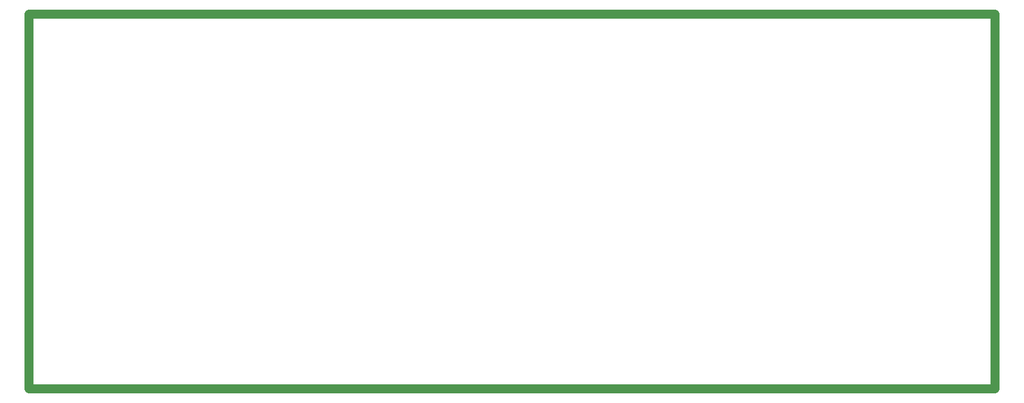
<source format=gm1>
G04*
G04 #@! TF.GenerationSoftware,Altium Limited,Altium Designer,21.8.1 (53)*
G04*
G04 Layer_Color=16711935*
%FSLAX25Y25*%
%MOIN*%
G70*
G04*
G04 #@! TF.SameCoordinates,070E7AC9-1739-4787-A23A-BD7F06799364*
G04*
G04*
G04 #@! TF.FilePolarity,Positive*
G04*
G01*
G75*
%ADD37C,0.04724*%
D37*
X102500Y103500D02*
X602500D01*
X102500Y297500D02*
X102500Y103500D01*
X602500Y297500D02*
X602500Y103500D01*
X102500Y297500D02*
X602500D01*
M02*

</source>
